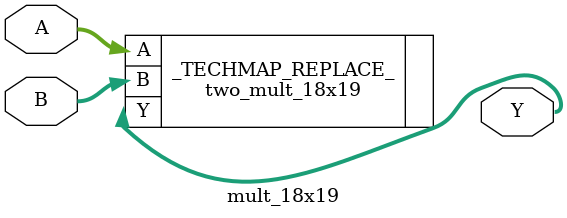
<source format=v>


module mult_27x27 (
  input [0:26] A,
  input [0:26] B,
  output [0:53] Y
);
  parameter A_SIGNED = 0;
  parameter B_SIGNED = 0;
  parameter A_WIDTH = 0;
  parameter B_WIDTH = 0;
  parameter Y_WIDTH = 0;

  one_mult_27x27 #() _TECHMAP_REPLACE_ (
    .A    (A),
    .B    (B),
    .Y    (Y));

endmodule

//18x19 multiplier
module mult_18x19 (
  input [0:17] A,
  input [0:18] B,
  output [0:36] Y
);
  parameter A_SIGNED = 0;
  parameter B_SIGNED = 0;
  parameter A_WIDTH = 0;
  parameter B_WIDTH = 0;
  parameter Y_WIDTH = 0;

  two_mult_18x19 #( ) _TECHMAP_REPLACE_ (
    .A    (A),
    .B    (B),
    .Y    (Y) );

endmodule


</source>
